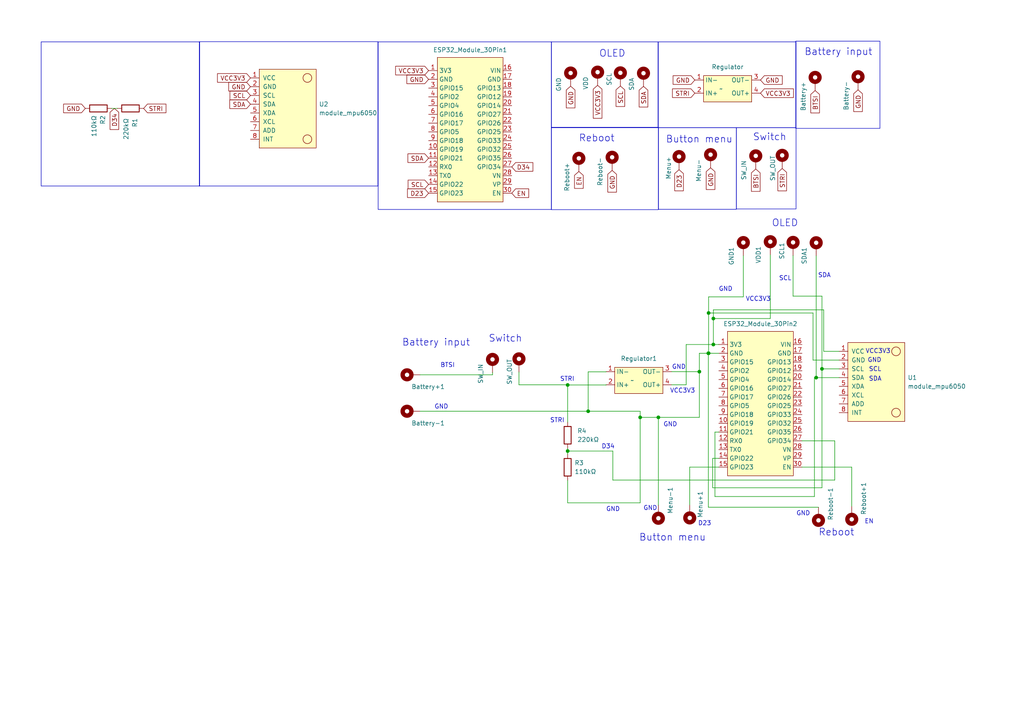
<source format=kicad_sch>
(kicad_sch (version 20230121) (generator eeschema)

  (uuid dc65a39d-dbc3-4e31-bfcb-5b8a0d0009dd)

  (paper "A4")

  (lib_symbols
    (symbol "Customesp32library:ESP32_Module_30Pin" (in_bom yes) (on_board yes)
      (property "Reference" "ESP32_Module_30Pin" (at 0 -33.02 0)
        (effects (font (size 1.27 1.27)))
      )
      (property "Value" "ESP32_Module_30Pin" (at -34.29 -17.78 0)
        (effects (font (size 1.27 1.27)) hide)
      )
      (property "Footprint" "" (at 0 0 0)
        (effects (font (size 1.27 1.27)) hide)
      )
      (property "Datasheet" "" (at 0 0 0)
        (effects (font (size 1.27 1.27)) hide)
      )
      (symbol "ESP32_Module_30Pin_1_1"
        (rectangle (start -7.62 11.43) (end 11.43 -30.48)
          (stroke (width 0) (type default))
          (fill (type background))
        )
        (pin input line (at -10.16 7.62 0) (length 2.54)
          (name "3V3" (effects (font (size 1.27 1.27))))
          (number "1" (effects (font (size 1.27 1.27))))
        )
        (pin input line (at -10.16 -15.24 0) (length 2.54)
          (name "GPIO19" (effects (font (size 1.27 1.27))))
          (number "10" (effects (font (size 1.27 1.27))))
        )
        (pin input line (at -10.16 -17.78 0) (length 2.54)
          (name "GPIO21" (effects (font (size 1.27 1.27))))
          (number "11" (effects (font (size 1.27 1.27))))
        )
        (pin input line (at -10.16 -20.32 0) (length 2.54)
          (name "RX0" (effects (font (size 1.27 1.27))))
          (number "12" (effects (font (size 1.27 1.27))))
        )
        (pin input line (at -10.16 -22.86 0) (length 2.54)
          (name "TX0" (effects (font (size 1.27 1.27))))
          (number "13" (effects (font (size 1.27 1.27))))
        )
        (pin input line (at -10.16 -25.4 0) (length 2.54)
          (name "GPIO22" (effects (font (size 1.27 1.27))))
          (number "14" (effects (font (size 1.27 1.27))))
        )
        (pin input line (at -10.16 -27.94 0) (length 2.54)
          (name "GPIO23" (effects (font (size 1.27 1.27))))
          (number "15" (effects (font (size 1.27 1.27))))
        )
        (pin input line (at 13.97 7.62 180) (length 2.54)
          (name "VIN" (effects (font (size 1.27 1.27))))
          (number "16" (effects (font (size 1.27 1.27))))
        )
        (pin input line (at 13.97 5.08 180) (length 2.54)
          (name "GND" (effects (font (size 1.27 1.27))))
          (number "17" (effects (font (size 1.27 1.27))))
        )
        (pin input line (at 13.97 2.54 180) (length 2.54)
          (name "GPIO13" (effects (font (size 1.27 1.27))))
          (number "18" (effects (font (size 1.27 1.27))))
        )
        (pin input line (at 13.97 0 180) (length 2.54)
          (name "GPIO12" (effects (font (size 1.27 1.27))))
          (number "19" (effects (font (size 1.27 1.27))))
        )
        (pin input line (at -10.16 5.08 0) (length 2.54)
          (name "GND" (effects (font (size 1.27 1.27))))
          (number "2" (effects (font (size 1.27 1.27))))
        )
        (pin input line (at 13.97 -2.54 180) (length 2.54)
          (name "GPIO14" (effects (font (size 1.27 1.27))))
          (number "20" (effects (font (size 1.27 1.27))))
        )
        (pin input line (at 13.97 -5.08 180) (length 2.54)
          (name "GPIO27" (effects (font (size 1.27 1.27))))
          (number "21" (effects (font (size 1.27 1.27))))
        )
        (pin input line (at 13.97 -7.62 180) (length 2.54)
          (name "GPIO26" (effects (font (size 1.27 1.27))))
          (number "22" (effects (font (size 1.27 1.27))))
        )
        (pin input line (at 13.97 -10.16 180) (length 2.54)
          (name "GPIO25" (effects (font (size 1.27 1.27))))
          (number "23" (effects (font (size 1.27 1.27))))
        )
        (pin input line (at 13.97 -12.7 180) (length 2.54)
          (name "GPIO33" (effects (font (size 1.27 1.27))))
          (number "24" (effects (font (size 1.27 1.27))))
        )
        (pin input line (at 13.97 -15.24 180) (length 2.54)
          (name "GPIO32" (effects (font (size 1.27 1.27))))
          (number "25" (effects (font (size 1.27 1.27))))
        )
        (pin input line (at 13.97 -17.78 180) (length 2.54)
          (name "GPIO35" (effects (font (size 1.27 1.27))))
          (number "26" (effects (font (size 1.27 1.27))))
        )
        (pin input line (at 13.97 -20.32 180) (length 2.54)
          (name "GPIO34" (effects (font (size 1.27 1.27))))
          (number "27" (effects (font (size 1.27 1.27))))
        )
        (pin input line (at 13.97 -22.86 180) (length 2.54)
          (name "VN" (effects (font (size 1.27 1.27))))
          (number "28" (effects (font (size 1.27 1.27))))
        )
        (pin input line (at 13.97 -25.4 180) (length 2.54)
          (name "VP" (effects (font (size 1.27 1.27))))
          (number "29" (effects (font (size 1.27 1.27))))
        )
        (pin input line (at -10.16 2.54 0) (length 2.54)
          (name "GPIO15" (effects (font (size 1.27 1.27))))
          (number "3" (effects (font (size 1.27 1.27))))
        )
        (pin input line (at 13.97 -27.94 180) (length 2.54)
          (name "EN" (effects (font (size 1.27 1.27))))
          (number "30" (effects (font (size 1.27 1.27))))
        )
        (pin input line (at -10.16 0 0) (length 2.54)
          (name "GPIO2" (effects (font (size 1.27 1.27))))
          (number "4" (effects (font (size 1.27 1.27))))
        )
        (pin input line (at -10.16 -2.54 0) (length 2.54)
          (name "GPIO4" (effects (font (size 1.27 1.27))))
          (number "5" (effects (font (size 1.27 1.27))))
        )
        (pin input line (at -10.16 -5.08 0) (length 2.54)
          (name "GPIO16" (effects (font (size 1.27 1.27))))
          (number "6" (effects (font (size 1.27 1.27))))
        )
        (pin input line (at -10.16 -7.62 0) (length 2.54)
          (name "GPIO17" (effects (font (size 1.27 1.27))))
          (number "7" (effects (font (size 1.27 1.27))))
        )
        (pin input line (at -10.16 -10.16 0) (length 2.54)
          (name "GPIO5" (effects (font (size 1.27 1.27))))
          (number "8" (effects (font (size 1.27 1.27))))
        )
        (pin input line (at -10.16 -12.7 0) (length 2.54)
          (name "GPIO18" (effects (font (size 1.27 1.27))))
          (number "9" (effects (font (size 1.27 1.27))))
        )
      )
    )
    (symbol "Device:R" (pin_numbers hide) (pin_names (offset 0)) (in_bom yes) (on_board yes)
      (property "Reference" "R" (at 2.032 0 90)
        (effects (font (size 1.27 1.27)))
      )
      (property "Value" "R" (at 0 0 90)
        (effects (font (size 1.27 1.27)))
      )
      (property "Footprint" "" (at -1.778 0 90)
        (effects (font (size 1.27 1.27)) hide)
      )
      (property "Datasheet" "~" (at 0 0 0)
        (effects (font (size 1.27 1.27)) hide)
      )
      (property "ki_keywords" "R res resistor" (at 0 0 0)
        (effects (font (size 1.27 1.27)) hide)
      )
      (property "ki_description" "Resistor" (at 0 0 0)
        (effects (font (size 1.27 1.27)) hide)
      )
      (property "ki_fp_filters" "R_*" (at 0 0 0)
        (effects (font (size 1.27 1.27)) hide)
      )
      (symbol "R_0_1"
        (rectangle (start -1.016 -2.54) (end 1.016 2.54)
          (stroke (width 0.254) (type default))
          (fill (type none))
        )
      )
      (symbol "R_1_1"
        (pin passive line (at 0 3.81 270) (length 1.27)
          (name "~" (effects (font (size 1.27 1.27))))
          (number "1" (effects (font (size 1.27 1.27))))
        )
        (pin passive line (at 0 -3.81 90) (length 1.27)
          (name "~" (effects (font (size 1.27 1.27))))
          (number "2" (effects (font (size 1.27 1.27))))
        )
      )
    )
    (symbol "Mechanical:MountingHole_Pad" (pin_numbers hide) (pin_names (offset 1.016) hide) (in_bom yes) (on_board yes)
      (property "Reference" "H" (at 0 6.35 0)
        (effects (font (size 1.27 1.27)))
      )
      (property "Value" "MountingHole_Pad" (at 0 4.445 0)
        (effects (font (size 1.27 1.27)))
      )
      (property "Footprint" "" (at 0 0 0)
        (effects (font (size 1.27 1.27)) hide)
      )
      (property "Datasheet" "~" (at 0 0 0)
        (effects (font (size 1.27 1.27)) hide)
      )
      (property "ki_keywords" "mounting hole" (at 0 0 0)
        (effects (font (size 1.27 1.27)) hide)
      )
      (property "ki_description" "Mounting Hole with connection" (at 0 0 0)
        (effects (font (size 1.27 1.27)) hide)
      )
      (property "ki_fp_filters" "MountingHole*Pad*" (at 0 0 0)
        (effects (font (size 1.27 1.27)) hide)
      )
      (symbol "MountingHole_Pad_0_1"
        (circle (center 0 1.27) (radius 1.27)
          (stroke (width 1.27) (type default))
          (fill (type none))
        )
      )
      (symbol "MountingHole_Pad_1_1"
        (pin input line (at 0 -2.54 90) (length 2.54)
          (name "1" (effects (font (size 1.27 1.27))))
          (number "1" (effects (font (size 1.27 1.27))))
        )
      )
    )
    (symbol "RegulatorNapetiStepDown:StepDownReg" (in_bom yes) (on_board yes)
      (property "Reference" "U" (at 0 11.43 0)
        (effects (font (size 1.27 1.27)))
      )
      (property "Value" "" (at 0 0 0)
        (effects (font (size 1.27 1.27)))
      )
      (property "Footprint" "" (at 0 0 0)
        (effects (font (size 1.27 1.27)) hide)
      )
      (property "Datasheet" "" (at 0 0 0)
        (effects (font (size 1.27 1.27)) hide)
      )
      (symbol "StepDownReg_1_1"
        (rectangle (start -5.08 3.81) (end 8.89 -3.81)
          (stroke (width 0) (type default))
          (fill (type background))
        )
        (pin input line (at -7.62 2.54 0) (length 2.54)
          (name "IN-" (effects (font (size 1.27 1.27))))
          (number "1" (effects (font (size 1.27 1.27))))
        )
        (pin input line (at -7.62 -1.27 0) (length 2.54)
          (name "IN+" (effects (font (size 1.27 1.27))))
          (number "2" (effects (font (size 1.27 1.27))))
        )
        (pin input line (at 11.43 2.54 180) (length 2.54)
          (name "OUT-" (effects (font (size 1.27 1.27))))
          (number "3" (effects (font (size 1.27 1.27))))
        )
        (pin input line (at 11.43 -1.27 180) (length 2.54)
          (name "OUT+" (effects (font (size 1.27 1.27))))
          (number "4" (effects (font (size 1.27 1.27))))
        )
      )
    )
    (symbol "usini_sensors:module_mpu6050" (pin_names (offset 1.016)) (in_bom yes) (on_board yes)
      (property "Reference" "U" (at 2.54 21.59 0)
        (effects (font (size 1.27 1.27)))
      )
      (property "Value" "module_mpu6050" (at 11.43 -3.81 0)
        (effects (font (size 1.27 1.27)))
      )
      (property "Footprint" "usini_sensors:module_mpu6050" (at 11.43 -6.35 0)
        (effects (font (size 1.27 1.27)) hide)
      )
      (property "Datasheet" "" (at 0 6.35 0)
        (effects (font (size 1.27 1.27)) hide)
      )
      (symbol "module_mpu6050_0_1"
        (rectangle (start 2.54 20.32) (end 19.05 -2.54)
          (stroke (width 0) (type default))
          (fill (type background))
        )
        (circle (center 16.51 0) (radius 1.27)
          (stroke (width 0) (type default))
          (fill (type none))
        )
        (circle (center 16.51 17.78) (radius 1.27)
          (stroke (width 0) (type default))
          (fill (type none))
        )
      )
      (symbol "module_mpu6050_1_1"
        (pin input line (at 0 17.78 0) (length 2.54)
          (name "VCC" (effects (font (size 1.27 1.27))))
          (number "1" (effects (font (size 1.27 1.27))))
        )
        (pin input line (at 0 15.24 0) (length 2.54)
          (name "GND" (effects (font (size 1.27 1.27))))
          (number "2" (effects (font (size 1.27 1.27))))
        )
        (pin input line (at 0 12.7 0) (length 2.54)
          (name "SCL" (effects (font (size 1.27 1.27))))
          (number "3" (effects (font (size 1.27 1.27))))
        )
        (pin input line (at 0 10.16 0) (length 2.54)
          (name "SDA" (effects (font (size 1.27 1.27))))
          (number "4" (effects (font (size 1.27 1.27))))
        )
        (pin input line (at 0 7.62 0) (length 2.54)
          (name "XDA" (effects (font (size 1.27 1.27))))
          (number "5" (effects (font (size 1.27 1.27))))
        )
        (pin input line (at 0 5.08 0) (length 2.54)
          (name "XCL" (effects (font (size 1.27 1.27))))
          (number "6" (effects (font (size 1.27 1.27))))
        )
        (pin input line (at 0 2.54 0) (length 2.54)
          (name "ADD" (effects (font (size 1.27 1.27))))
          (number "7" (effects (font (size 1.27 1.27))))
        )
        (pin input line (at 0 0 0) (length 2.54)
          (name "INT" (effects (font (size 1.27 1.27))))
          (number "8" (effects (font (size 1.27 1.27))))
        )
      )
    )
  )

  (junction (at 170.5919 119.2784) (diameter 0) (color 0 0 0 0)
    (uuid 148eb0c7-1647-46fe-8241-8761cab36273)
  )
  (junction (at 164.6428 130.8228) (diameter 0) (color 0 0 0 0)
    (uuid 30c24739-34f0-4be1-b52b-c0eb114f43ac)
  )
  (junction (at 238.4044 106.9848) (diameter 0) (color 0 0 0 0)
    (uuid 4c881ffe-0aca-4fde-9665-716b44df487d)
  )
  (junction (at 205.5207 90.7796) (diameter 0) (color 0 0 0 0)
    (uuid 654cc77a-5881-43eb-b899-5fdef235d382)
  )
  (junction (at 206.9084 92.3876) (diameter 0) (color 0 0 0 0)
    (uuid 883b0f52-f7cf-491c-987a-c8fcfd0dfbc0)
  )
  (junction (at 236.728 109.5248) (diameter 0) (color 0 0 0 0)
    (uuid b077f5da-d2e8-4433-b13e-e22738b870bd)
  )
  (junction (at 190.9572 121.0564) (diameter 0) (color 0 0 0 0)
    (uuid c667d94c-e5f2-430c-906f-fabce374c95c)
  )
  (junction (at 202.8444 107.7976) (diameter 0) (color 0 0 0 0)
    (uuid c7f78ccc-2a59-45a5-a3f8-5a9091e9b285)
  )
  (junction (at 205.4531 102.4636) (diameter 0) (color 0 0 0 0)
    (uuid e43a2eb5-e2bc-41fa-9552-2690bd54af62)
  )
  (junction (at 164.6463 111.6584) (diameter 0) (color 0 0 0 0)
    (uuid e7123278-3fe6-46f0-a9a2-ec0fc6eace23)
  )
  (junction (at 206.9084 99.9236) (diameter 0) (color 0 0 0 0)
    (uuid e82df7c1-dff6-47c7-bdfb-07be283755a2)
  )
  (junction (at 185.674 121.0564) (diameter 0) (color 0 0 0 0)
    (uuid ee437932-06d6-48cc-9fb0-ef9738b85f76)
  )
  (junction (at 205.5207 102.4636) (diameter 0) (color 0 0 0 0)
    (uuid ffeedfe8-2bbb-4695-aaca-71693009cffe)
  )

  (wire (pts (xy 164.6428 145.8468) (xy 185.674 145.8468))
    (stroke (width 0) (type default))
    (uuid 049869b8-2320-424d-b66c-4b9c600768a2)
  )
  (wire (pts (xy 164.6428 139.3444) (xy 164.6428 145.8468))
    (stroke (width 0) (type default))
    (uuid 08fc1878-0cec-4dfa-8f78-584961de412d)
  )
  (wire (pts (xy 205.5207 86.106) (xy 205.5207 90.7796))
    (stroke (width 0) (type default))
    (uuid 09597d26-3c20-4f7f-b65e-15337236818b)
  )
  (wire (pts (xy 242.1128 139.2428) (xy 177.7492 139.2428))
    (stroke (width 0) (type default))
    (uuid 0a917bb2-dc14-4435-be1c-d6ffeff7856c)
  )
  (wire (pts (xy 238.9124 101.9048) (xy 243.3828 101.9048))
    (stroke (width 0) (type default))
    (uuid 0b263aa9-61dd-4aaf-b7c7-40c028218ba7)
  )
  (wire (pts (xy 205.5207 90.7796) (xy 205.5207 102.4636))
    (stroke (width 0) (type default))
    (uuid 10f9e71b-2435-4ee9-8d24-36ff1e098846)
  )
  (wire (pts (xy 205.4531 147.1168) (xy 205.4531 102.4636))
    (stroke (width 0) (type default))
    (uuid 115e2ed9-9990-4328-a24e-54bb70dc508b)
  )
  (wire (pts (xy 236.728 109.5248) (xy 243.3828 109.5248))
    (stroke (width 0) (type default))
    (uuid 1c4bb99a-a930-435a-ab95-9fa73274595f)
  )
  (wire (pts (xy 121.8692 119.2784) (xy 170.5919 119.2784))
    (stroke (width 0) (type default))
    (uuid 1dd59122-4b8d-4ac3-91d1-2dc5ff7e740a)
  )
  (wire (pts (xy 242.1128 127.8636) (xy 242.1128 139.2428))
    (stroke (width 0) (type default))
    (uuid 1f21ae4f-cb16-4b79-af5f-d71b5c18bfd5)
  )
  (wire (pts (xy 236.22 144.018) (xy 236.22 109.5248))
    (stroke (width 0) (type default))
    (uuid 22299ba6-894b-400b-a896-84fbcbbc56d2)
  )
  (wire (pts (xy 223.4184 92.3876) (xy 206.9084 92.3876))
    (stroke (width 0) (type default))
    (uuid 25b582dc-65c6-42b8-9b12-c311b76836c8)
  )
  (wire (pts (xy 238.4044 141.478) (xy 238.4044 106.9848))
    (stroke (width 0) (type default))
    (uuid 2cded1e2-5cbe-4c2f-9ee8-9136e69bfdad)
  )
  (wire (pts (xy 190.9572 121.0564) (xy 190.9572 146.5072))
    (stroke (width 0) (type default))
    (uuid 383d291b-3106-4980-8bec-2056a6c34b38)
  )
  (wire (pts (xy 247.0404 135.4836) (xy 232.6132 135.4836))
    (stroke (width 0) (type default))
    (uuid 39a80c27-fd02-41c8-aeb7-24c4989cd769)
  )
  (wire (pts (xy 206.9084 92.3876) (xy 206.9084 89.8652))
    (stroke (width 0) (type default))
    (uuid 39d31653-9708-4da3-8a71-1fad790403e6)
  )
  (wire (pts (xy 164.6428 111.6584) (xy 164.6428 122.428))
    (stroke (width 0) (type default))
    (uuid 3ac2cc3c-9229-43be-9703-934fdc21421a)
  )
  (wire (pts (xy 223.4184 73.914) (xy 223.4184 92.3876))
    (stroke (width 0) (type default))
    (uuid 3d3afe9b-ea59-40f4-b889-649f95e73c90)
  )
  (wire (pts (xy 206.9084 99.9236) (xy 208.4832 99.9236))
    (stroke (width 0) (type default))
    (uuid 3d5da324-0092-435f-9ec2-efb0b6bb6254)
  )
  (wire (pts (xy 170.5919 107.8484) (xy 175.768 107.8484))
    (stroke (width 0) (type default))
    (uuid 41249b27-79b7-4121-9f9a-8bc6cf976ea3)
  )
  (wire (pts (xy 208.4832 125.3236) (xy 207.3656 125.3236))
    (stroke (width 0) (type default))
    (uuid 41efe5e6-71a7-4d20-94dd-c6740a6d28d7)
  )
  (wire (pts (xy 164.6428 111.6584) (xy 164.6463 111.6584))
    (stroke (width 0) (type default))
    (uuid 46d4e550-c1ec-4f9e-9c2c-9bece8969ebf)
  )
  (wire (pts (xy 164.6428 130.048) (xy 164.6428 130.8228))
    (stroke (width 0) (type default))
    (uuid 48456c8e-edf2-418c-8fce-526e8e1e1124)
  )
  (wire (pts (xy 185.674 119.2784) (xy 185.674 121.0564))
    (stroke (width 0) (type default))
    (uuid 4a943a5f-7e35-4db0-9b8b-e0121d790d25)
  )
  (wire (pts (xy 205.4531 102.4636) (xy 205.5207 102.4636))
    (stroke (width 0) (type default))
    (uuid 55a0eb8f-d89e-4885-9de5-5b3ed320cbba)
  )
  (wire (pts (xy 142.8496 108.712) (xy 142.8496 108.0516))
    (stroke (width 0) (type default))
    (uuid 564d0acc-250a-4d8c-8a8d-5d6b9f39ced2)
  )
  (wire (pts (xy 175.768 111.6584) (xy 175.768 111.6076))
    (stroke (width 0) (type default))
    (uuid 5c41b522-755d-4006-97d1-5cb4d705eb1e)
  )
  (wire (pts (xy 150.5204 107.8992) (xy 150.5204 111.6076))
    (stroke (width 0) (type default))
    (uuid 5d03571a-553f-464d-bf54-839c41571664)
  )
  (wire (pts (xy 208.4832 132.9436) (xy 206.7052 132.9436))
    (stroke (width 0) (type default))
    (uuid 5de9455d-a30d-497d-97e9-74490a92f504)
  )
  (wire (pts (xy 206.9084 99.9236) (xy 206.9084 92.3876))
    (stroke (width 0) (type default))
    (uuid 5ff57ee0-ea6f-4afd-b054-8450a6bebc1b)
  )
  (wire (pts (xy 170.5919 119.2784) (xy 170.5919 107.8484))
    (stroke (width 0) (type default))
    (uuid 63aab517-e372-4be5-9c0f-1cbd506ba021)
  )
  (wire (pts (xy 185.674 145.8468) (xy 185.674 121.0564))
    (stroke (width 0) (type default))
    (uuid 6880c37e-a436-4d52-af6c-56a62ccb42b7)
  )
  (wire (pts (xy 207.3656 125.3236) (xy 207.3656 144.018))
    (stroke (width 0) (type default))
    (uuid 69a03489-bec4-4e70-bd69-e01707f0f46d)
  )
  (wire (pts (xy 121.8692 108.712) (xy 142.8496 108.712))
    (stroke (width 0) (type default))
    (uuid 6e695c71-c5a2-4abe-b850-fd2d235262bb)
  )
  (wire (pts (xy 200.0504 146.4056) (xy 200.0504 135.4836))
    (stroke (width 0) (type default))
    (uuid 7214b793-e3d2-4ffe-9ab3-3046f23cc440)
  )
  (wire (pts (xy 232.6132 127.8636) (xy 242.1128 127.8636))
    (stroke (width 0) (type default))
    (uuid 752bf164-c322-439c-a70a-669deacbbf84)
  )
  (wire (pts (xy 199.0204 111.6076) (xy 199.0204 99.9236))
    (stroke (width 0) (type default))
    (uuid 75775111-b2ab-487b-95a2-3754a444b175)
  )
  (wire (pts (xy 202.8444 102.4636) (xy 205.4531 102.4636))
    (stroke (width 0) (type default))
    (uuid 788563ae-6381-4d4b-ae7e-b8cae28972af)
  )
  (wire (pts (xy 230.0224 85.8946) (xy 238.4044 85.8946))
    (stroke (width 0) (type default))
    (uuid 79e9b709-1e71-4787-b7b5-f2d9960578fb)
  )
  (wire (pts (xy 194.818 107.7976) (xy 202.8444 107.7976))
    (stroke (width 0) (type default))
    (uuid 7e38269e-ef1c-4d39-8dea-f36566117bf8)
  )
  (wire (pts (xy 247.0404 146.812) (xy 247.0404 135.4836))
    (stroke (width 0) (type default))
    (uuid 8e2a08c2-7681-43ef-9592-ba1997f1b7a0)
  )
  (wire (pts (xy 238.4044 85.8946) (xy 238.4044 106.9848))
    (stroke (width 0) (type default))
    (uuid 930314a1-83be-4e54-80bb-3f4500ed0ece)
  )
  (wire (pts (xy 199.0204 99.9236) (xy 206.9084 99.9236))
    (stroke (width 0) (type default))
    (uuid 939fa97f-5227-4094-b5d6-d7a56eaeb71a)
  )
  (wire (pts (xy 170.5919 119.2784) (xy 185.674 119.2784))
    (stroke (width 0) (type default))
    (uuid 97bb050a-1c85-403e-b0fd-e6ab2df8cfd4)
  )
  (wire (pts (xy 205.5207 102.4636) (xy 208.4832 102.4636))
    (stroke (width 0) (type default))
    (uuid 98112ab7-0822-4310-beb6-230a3f9af641)
  )
  (wire (pts (xy 185.674 121.0564) (xy 190.9572 121.0564))
    (stroke (width 0) (type default))
    (uuid 9a20d519-0c3a-4a9e-86ed-b5096ac7c38d)
  )
  (wire (pts (xy 202.8444 107.7976) (xy 202.8444 121.0564))
    (stroke (width 0) (type default))
    (uuid 9cecb347-416e-46d0-8bfb-de23123b4e77)
  )
  (wire (pts (xy 230.0224 74.1172) (xy 230.0224 85.8946))
    (stroke (width 0) (type default))
    (uuid a22f7675-ab9f-4824-adc8-0bbf639cf716)
  )
  (wire (pts (xy 235.8136 104.4448) (xy 235.8136 90.7796))
    (stroke (width 0) (type default))
    (uuid a42d0627-37a6-4027-a530-30948a592cfe)
  )
  (wire (pts (xy 237.3884 147.1168) (xy 205.4531 147.1168))
    (stroke (width 0) (type default))
    (uuid a5296ea5-8d88-4a55-9487-9032a0f928ba)
  )
  (wire (pts (xy 34.036 31.4452) (xy 32.3596 31.4452))
    (stroke (width 0) (type default))
    (uuid aee0f244-5505-425c-992f-d503a8f1fefd)
  )
  (wire (pts (xy 207.3656 144.018) (xy 236.22 144.018))
    (stroke (width 0) (type default))
    (uuid b2238dea-d692-4237-8e4e-f80fc9744e85)
  )
  (wire (pts (xy 236.22 109.5248) (xy 236.728 109.5248))
    (stroke (width 0) (type default))
    (uuid b224f944-9aae-4182-bebc-85b1e90ebe13)
  )
  (wire (pts (xy 177.7492 139.2428) (xy 177.7492 130.8228))
    (stroke (width 0) (type default))
    (uuid b68643a4-2644-4968-8180-6bfb70865978)
  )
  (wire (pts (xy 243.3828 104.4448) (xy 235.8136 104.4448))
    (stroke (width 0) (type default))
    (uuid bf99c5c4-a7d6-4fe4-8fc6-ba0faa44007d)
  )
  (wire (pts (xy 194.818 111.6076) (xy 199.0204 111.6076))
    (stroke (width 0) (type default))
    (uuid c27d85d9-4b70-40a0-9b2d-ab7a8fef531d)
  )
  (wire (pts (xy 206.7052 132.9436) (xy 206.7052 141.478))
    (stroke (width 0) (type default))
    (uuid c8809ce4-c3ce-499f-9633-9cb559722d19)
  )
  (wire (pts (xy 206.7052 141.478) (xy 238.4044 141.478))
    (stroke (width 0) (type default))
    (uuid cee9a451-b63e-4f76-879e-1a7ca3bc2e79)
  )
  (wire (pts (xy 200.0504 135.4836) (xy 208.4832 135.4836))
    (stroke (width 0) (type default))
    (uuid cf858b4e-39e7-4578-a9f0-1ad74c56b064)
  )
  (wire (pts (xy 236.728 74.2188) (xy 236.728 109.5248))
    (stroke (width 0) (type default))
    (uuid d36845c7-1419-458b-b2da-e3474404d909)
  )
  (wire (pts (xy 150.5204 111.6076) (xy 164.6463 111.6076))
    (stroke (width 0) (type default))
    (uuid d8b9e844-2c09-40f3-881a-ca08b527bed0)
  )
  (wire (pts (xy 164.6463 111.6584) (xy 175.768 111.6584))
    (stroke (width 0) (type default))
    (uuid dc61fc51-9b61-4098-b51c-5754e2f9f773)
  )
  (wire (pts (xy 238.4044 106.9848) (xy 243.3828 106.9848))
    (stroke (width 0) (type default))
    (uuid dd8656b9-407a-4b00-af1b-03de3bf63e33)
  )
  (wire (pts (xy 206.9084 89.8652) (xy 238.9124 89.8652))
    (stroke (width 0) (type default))
    (uuid e67cdf3e-f5f6-45bd-a4ad-26238f079398)
  )
  (wire (pts (xy 164.6428 130.8228) (xy 164.6428 131.7244))
    (stroke (width 0) (type default))
    (uuid e6d64987-d8ab-4c43-bca3-001f8bde44c6)
  )
  (wire (pts (xy 164.6463 111.6076) (xy 164.6463 111.6584))
    (stroke (width 0) (type default))
    (uuid ed32b794-f64e-4059-837c-603d56061236)
  )
  (wire (pts (xy 238.9124 89.8652) (xy 238.9124 101.9048))
    (stroke (width 0) (type default))
    (uuid efe1c7db-35f0-4816-b29c-95a33a234196)
  )
  (wire (pts (xy 215.5952 74.168) (xy 215.5952 86.106))
    (stroke (width 0) (type default))
    (uuid f09c13ae-3f61-44ea-96b9-ca0ec8a634a8)
  )
  (wire (pts (xy 190.9572 121.0564) (xy 202.8444 121.0564))
    (stroke (width 0) (type default))
    (uuid f2914d90-a0b5-43e3-aae3-324276ac3d2e)
  )
  (wire (pts (xy 215.5952 86.106) (xy 205.5207 86.106))
    (stroke (width 0) (type default))
    (uuid f297e6e4-75e5-44c4-9b22-ffb97aba3441)
  )
  (wire (pts (xy 177.7492 130.8228) (xy 164.6428 130.8228))
    (stroke (width 0) (type default))
    (uuid f726f27b-a00a-41d0-8a6e-55f513ddc96b)
  )
  (wire (pts (xy 175.768 107.8484) (xy 175.768 107.7976))
    (stroke (width 0) (type default))
    (uuid f76e8c83-c86c-452d-86cc-83a6351f0299)
  )
  (wire (pts (xy 202.8444 102.4636) (xy 202.8444 107.7976))
    (stroke (width 0) (type default))
    (uuid f828e5f6-877b-462b-b450-0f336a7cdb33)
  )
  (wire (pts (xy 235.8136 90.7796) (xy 205.5207 90.7796))
    (stroke (width 0) (type default))
    (uuid fe23e542-1dfe-4508-921b-3ca7dd56795d)
  )

  (rectangle (start 230.7844 11.938) (end 255.2192 37.2364)
    (stroke (width 0) (type default))
    (fill (type none))
    (uuid 0a91a91c-cc1e-486c-a4bf-aa3836bdadfa)
  )
  (rectangle (start 190.9572 37.0332) (end 213.5632 60.706)
    (stroke (width 0) (type default))
    (fill (type none))
    (uuid 1dcbf10a-a781-4490-a9f1-6ea0c0141037)
  )
  (rectangle (start 190.9572 12.1412) (end 230.886 37.0332)
    (stroke (width 0) (type default))
    (fill (type none))
    (uuid 36917e3f-6f11-4266-a912-9107ab1f8278)
  )
  (rectangle (start 109.6772 12.1412) (end 159.9184 60.7568)
    (stroke (width 0) (type default))
    (fill (type none))
    (uuid 4bdda088-7b56-4c59-9850-a10fe094c7b1)
  )
  (rectangle (start 159.9184 12.1412) (end 190.8556 37.0332)
    (stroke (width 0) (type default))
    (fill (type none))
    (uuid 599d324a-c521-4d1f-9835-87720cc30f15)
  )
  (rectangle (start 159.9184 36.9316) (end 190.9572 60.8076)
    (stroke (width 0) (type default))
    (fill (type none))
    (uuid 62ee745b-4fa7-48bc-895d-8fb88ff26ebf)
  )
  (rectangle (start 57.8104 12.0904) (end 109.6264 53.9496)
    (stroke (width 0) (type default))
    (fill (type none))
    (uuid 6621e890-7404-43e8-aa05-90248e22c328)
  )
  (rectangle (start 11.938 12.1412) (end 57.912 53.9496)
    (stroke (width 0) (type default))
    (fill (type none))
    (uuid caba1063-0ce1-4d98-9d1f-efca6a023782)
  )
  (rectangle (start 213.5632 37.0332) (end 230.886 60.6044)
    (stroke (width 0) (type default))
    (fill (type none))
    (uuid ee482f12-96f1-492c-9091-7a9da2370439)
  )

  (text "EN" (at 250.7488 152.0952 0)
    (effects (font (size 1.27 1.27)) (justify left bottom))
    (uuid 02dd8c46-3fce-4640-b960-157d5b547a91)
  )
  (text "GND" (at 251.6124 105.3084 0)
    (effects (font (size 1.27 1.27)) (justify left bottom))
    (uuid 058b0782-70c3-4103-87e3-a4e27445a654)
  )
  (text "GND" (at 125.984 118.8212 0)
    (effects (font (size 1.27 1.27)) (justify left bottom))
    (uuid 07837a67-3235-45eb-942a-4194e2fa06f3)
  )
  (text "Reboot\n\n" (at 247.8532 158.9024 0)
    (effects (font (size 2 2)) (justify right bottom))
    (uuid 0a4619c7-d89d-4e14-a1f8-33817b3fc1ab)
  )
  (text "Switch\n" (at 218.3384 41.0464 0)
    (effects (font (size 2 2)) (justify left bottom))
    (uuid 1cc1af21-6e88-49e7-bc4e-ef923a61086b)
  )
  (text "GND" (at 194.8688 107.2896 0)
    (effects (font (size 1.27 1.27)) (justify left bottom))
    (uuid 21a5277f-1ba9-449a-bc53-9dc8e82491bd)
  )
  (text "GND" (at 208.4324 84.6836 0)
    (effects (font (size 1.27 1.27)) (justify left bottom))
    (uuid 40b342be-35b6-491b-af17-6dc3fec3d123)
  )
  (text "OLED\n" (at 173.736 16.8148 0)
    (effects (font (size 2 2)) (justify left bottom))
    (uuid 4c2419fe-66ca-489a-bd50-cc8c3e7218a4)
  )
  (text "D23" (at 202.438 152.654 0)
    (effects (font (size 1.27 1.27)) (justify left bottom))
    (uuid 4fbb759f-61e0-48fa-b3b5-66205ad004de)
  )
  (text "GND" (at 230.9368 149.7584 0)
    (effects (font (size 1.27 1.27)) (justify left bottom))
    (uuid 5bff0cfa-964c-4336-a1d0-5534016bb957)
  )
  (text "Switch\n" (at 141.6812 99.4664 0)
    (effects (font (size 2 2)) (justify left bottom))
    (uuid 5f40ec78-7792-42a5-87a2-7d977cbeb872)
  )
  (text "VCC3V3" (at 251.0028 102.7176 0)
    (effects (font (size 1.27 1.27)) (justify left bottom))
    (uuid 771a0aab-6cb0-4128-93c8-cc4db3c7b10d)
  )
  (text "SDA" (at 237.236 80.7212 0)
    (effects (font (size 1.27 1.27)) (justify left bottom))
    (uuid 78ff47f2-a342-4a59-a374-25425db7da68)
  )
  (text "Button menu\n" (at 204.7748 157.1752 0)
    (effects (font (size 2 2)) (justify right bottom))
    (uuid 8666329f-431a-4eb1-86eb-a233fbaa39fe)
  )
  (text "Battery input\n\n" (at 233.2736 19.558 0)
    (effects (font (size 2 2)) (justify left bottom))
    (uuid 88f82674-169f-48df-b43e-91fb7a789d85)
  )
  (text "STRI\n" (at 159.512 122.7836 0)
    (effects (font (size 1.27 1.27)) (justify left bottom))
    (uuid 8fb9c336-7e32-46d7-842e-e010412ac157)
  )
  (text "GND" (at 186.5884 148.2344 0)
    (effects (font (size 1.27 1.27)) (justify left bottom))
    (uuid 9051c3ee-f03e-432d-a241-e9fcaa2a3c9d)
  )
  (text "BTSI\n" (at 127.7112 106.7816 0)
    (effects (font (size 1.27 1.27)) (justify left bottom))
    (uuid a2c037b0-e774-4ded-b63b-18022887603d)
  )
  (text "SCL" (at 251.968 107.95 0)
    (effects (font (size 1.27 1.27)) (justify left bottom))
    (uuid a5dd4725-cc38-44e8-bc9d-28de5b013de4)
  )
  (text "Reboot\n\n" (at 167.8432 44.6024 0)
    (effects (font (size 2 2)) (justify left bottom))
    (uuid a9a1c482-0ec1-41e2-9e40-fe0f278a53b2)
  )
  (text "Button menu\n" (at 193.0908 41.7068 0)
    (effects (font (size 2 2)) (justify left bottom))
    (uuid aacf0354-96e7-40f6-b427-9ca9ef823258)
  )
  (text "Battery input\n\n" (at 116.586 103.8352 0)
    (effects (font (size 2 2)) (justify left bottom))
    (uuid bad4d149-2fc5-412e-9935-b943ceb3357d)
  )
  (text "GND\n" (at 175.768 148.5392 0)
    (effects (font (size 1.27 1.27)) (justify left bottom))
    (uuid c0d058c9-b330-4c31-9af3-a48be7ab7eb7)
  )
  (text "VCC3V3\n" (at 194.31 114.1984 0)
    (effects (font (size 1.27 1.27)) (justify left bottom))
    (uuid c2c6cd25-349d-4b67-b34d-7bcfbf960651)
  )
  (text "OLED\n" (at 223.8248 65.9892 0)
    (effects (font (size 2 2)) (justify left bottom))
    (uuid c8be748a-f442-41e8-bd17-f54658b25f33)
  )
  (text "SDA" (at 251.968 110.744 0)
    (effects (font (size 1.27 1.27)) (justify left bottom))
    (uuid d9021483-d783-4f39-b100-c8bf87a140ba)
  )
  (text "GND" (at 192.3796 123.952 0)
    (effects (font (size 1.27 1.27)) (justify left bottom))
    (uuid e00190bc-5af6-4771-8406-991cc703a916)
  )
  (text "STRI\n" (at 162.4076 110.7948 0)
    (effects (font (size 1.27 1.27)) (justify left bottom))
    (uuid e0e4a48c-4ded-4701-9a0d-f2cb298f8452)
  )
  (text "VCC3V3" (at 216.2556 87.5792 0)
    (effects (font (size 1.27 1.27)) (justify left bottom))
    (uuid e5688749-1d5e-470f-a2ba-470db153bf19)
  )
  (text "SCL" (at 225.9076 81.5848 0)
    (effects (font (size 1.27 1.27)) (justify left bottom))
    (uuid e6602e59-880c-45b2-9bdd-6fe4f916550f)
  )
  (text "D34" (at 174.4472 130.3528 0)
    (effects (font (size 1.27 1.27)) (justify left bottom))
    (uuid f8b41bb0-7e2d-4eba-b02e-57bb6ad39b8d)
  )

  (global_label "D34" (shape input) (at 148.4376 48.4124 0) (fields_autoplaced)
    (effects (font (size 1.27 1.27)) (justify left))
    (uuid 016ac166-3bb1-4b06-b561-6a8b3fb6ee19)
    (property "Intersheetrefs" "${INTERSHEET_REFS}" (at 155.1118 48.4124 0)
      (effects (font (size 1.27 1.27)) (justify left) hide)
    )
  )
  (global_label "SCL" (shape input) (at 179.9336 24.9428 270) (fields_autoplaced)
    (effects (font (size 1.27 1.27)) (justify right))
    (uuid 05201a26-3451-4c52-aac1-85a280fa5608)
    (property "Intersheetrefs" "${INTERSHEET_REFS}" (at 179.9336 31.4356 90)
      (effects (font (size 1.27 1.27)) (justify right) hide)
    )
  )
  (global_label "GND" (shape input) (at 177.546 49.4284 270) (fields_autoplaced)
    (effects (font (size 1.27 1.27)) (justify right))
    (uuid 0ed4170b-22a6-4432-b3e8-129668b787a3)
    (property "Intersheetrefs" "${INTERSHEET_REFS}" (at 177.546 56.2841 90)
      (effects (font (size 1.27 1.27)) (justify right) hide)
    )
  )
  (global_label "VCC3V3" (shape input) (at 173.3296 24.7396 270) (fields_autoplaced)
    (effects (font (size 1.27 1.27)) (justify right))
    (uuid 297e45da-7184-4bbd-80d1-fe75e68f79e5)
    (property "Intersheetrefs" "${INTERSHEET_REFS}" (at 173.3296 34.861 90)
      (effects (font (size 1.27 1.27)) (justify right) hide)
    )
  )
  (global_label "SDA" (shape input) (at 72.644 30.226 180) (fields_autoplaced)
    (effects (font (size 1.27 1.27)) (justify right))
    (uuid 2f0712d8-c74a-4d29-9429-653c0a9f580e)
    (property "Intersheetrefs" "${INTERSHEET_REFS}" (at 66.0907 30.226 0)
      (effects (font (size 1.27 1.27)) (justify right) hide)
    )
  )
  (global_label "D23" (shape input) (at 196.9516 49.2252 270) (fields_autoplaced)
    (effects (font (size 1.27 1.27)) (justify right))
    (uuid 2fa962fb-61bf-495a-b894-9c6ba539f748)
    (property "Intersheetrefs" "${INTERSHEET_REFS}" (at 196.9516 55.8994 90)
      (effects (font (size 1.27 1.27)) (justify right) hide)
    )
  )
  (global_label "SCL" (shape input) (at 124.3076 53.4924 180) (fields_autoplaced)
    (effects (font (size 1.27 1.27)) (justify right))
    (uuid 2fe29e4c-f081-4323-9d8f-527ec4500126)
    (property "Intersheetrefs" "${INTERSHEET_REFS}" (at 117.8148 53.4924 0)
      (effects (font (size 1.27 1.27)) (justify right) hide)
    )
  )
  (global_label "BTSI" (shape input) (at 219.202 49.022 270) (fields_autoplaced)
    (effects (font (size 1.27 1.27)) (justify right))
    (uuid 30d21f49-5dd3-4efd-b31d-cea721d2f911)
    (property "Intersheetrefs" "${INTERSHEET_REFS}" (at 219.202 56.0591 90)
      (effects (font (size 1.27 1.27)) (justify right) hide)
    )
  )
  (global_label "GND" (shape input) (at 165.5064 24.9936 270) (fields_autoplaced)
    (effects (font (size 1.27 1.27)) (justify right))
    (uuid 3a5ba569-6a2e-4144-afe2-28cbbffb7858)
    (property "Intersheetrefs" "${INTERSHEET_REFS}" (at 165.5064 31.8493 90)
      (effects (font (size 1.27 1.27)) (justify right) hide)
    )
  )
  (global_label "SDA" (shape input) (at 186.6392 25.0444 270) (fields_autoplaced)
    (effects (font (size 1.27 1.27)) (justify right))
    (uuid 3c3b415c-e527-4d3d-bd35-c302b58b0c6b)
    (property "Intersheetrefs" "${INTERSHEET_REFS}" (at 186.6392 31.5977 90)
      (effects (font (size 1.27 1.27)) (justify right) hide)
    )
  )
  (global_label "GND" (shape input) (at 72.644 25.146 180) (fields_autoplaced)
    (effects (font (size 1.27 1.27)) (justify right))
    (uuid 40adf3a2-c0a2-4aa7-9416-2bdc268be263)
    (property "Intersheetrefs" "${INTERSHEET_REFS}" (at 65.7883 25.146 0)
      (effects (font (size 1.27 1.27)) (justify right) hide)
    )
  )
  (global_label "VCC3V3" (shape input) (at 72.644 22.606 180) (fields_autoplaced)
    (effects (font (size 1.27 1.27)) (justify right))
    (uuid 461ec0e9-6141-4463-8749-f87891d4fd99)
    (property "Intersheetrefs" "${INTERSHEET_REFS}" (at 62.5226 22.606 0)
      (effects (font (size 1.27 1.27)) (justify right) hide)
    )
  )
  (global_label "SCL" (shape input) (at 72.644 27.686 180) (fields_autoplaced)
    (effects (font (size 1.27 1.27)) (justify right))
    (uuid 4730a5c7-c81a-4133-b33f-8e7191cfdf00)
    (property "Intersheetrefs" "${INTERSHEET_REFS}" (at 66.1512 27.686 0)
      (effects (font (size 1.27 1.27)) (justify right) hide)
    )
  )
  (global_label "STRI" (shape input) (at 41.656 31.4452 0) (fields_autoplaced)
    (effects (font (size 1.27 1.27)) (justify left))
    (uuid 55ff8100-6a7f-40f9-950e-b796fbb9b3f2)
    (property "Intersheetrefs" "${INTERSHEET_REFS}" (at 48.6931 31.4452 0)
      (effects (font (size 1.27 1.27)) (justify left) hide)
    )
  )
  (global_label "VCC3V3" (shape input) (at 124.3076 20.4724 180) (fields_autoplaced)
    (effects (font (size 1.27 1.27)) (justify right))
    (uuid 620c845b-25b6-4356-83a5-32ab0acdb2f5)
    (property "Intersheetrefs" "${INTERSHEET_REFS}" (at 114.1862 20.4724 0)
      (effects (font (size 1.27 1.27)) (justify right) hide)
    )
  )
  (global_label "EN" (shape input) (at 167.894 49.7332 270) (fields_autoplaced)
    (effects (font (size 1.27 1.27)) (justify right))
    (uuid 6358fa1f-c076-4b74-96b9-5b8dfeded01b)
    (property "Intersheetrefs" "${INTERSHEET_REFS}" (at 167.894 55.1979 90)
      (effects (font (size 1.27 1.27)) (justify right) hide)
    )
  )
  (global_label "VCC3V3" (shape input) (at 220.5736 27.0256 0) (fields_autoplaced)
    (effects (font (size 1.27 1.27)) (justify left))
    (uuid 675a6744-bbaf-4290-a297-c638d360bda1)
    (property "Intersheetrefs" "${INTERSHEET_REFS}" (at 230.695 27.0256 0)
      (effects (font (size 1.27 1.27)) (justify left) hide)
    )
  )
  (global_label "D23" (shape input) (at 124.3076 56.0324 180) (fields_autoplaced)
    (effects (font (size 1.27 1.27)) (justify right))
    (uuid 6b1b4b9e-3317-4802-b019-f31a5fb46a57)
    (property "Intersheetrefs" "${INTERSHEET_REFS}" (at 117.6334 56.0324 0)
      (effects (font (size 1.27 1.27)) (justify right) hide)
    )
  )
  (global_label "GND" (shape input) (at 124.3076 23.0124 180) (fields_autoplaced)
    (effects (font (size 1.27 1.27)) (justify right))
    (uuid 74c6adec-34a8-4dd2-b1b5-da56323d384e)
    (property "Intersheetrefs" "${INTERSHEET_REFS}" (at 117.4519 23.0124 0)
      (effects (font (size 1.27 1.27)) (justify right) hide)
    )
  )
  (global_label "SDA" (shape input) (at 124.3076 45.8724 180) (fields_autoplaced)
    (effects (font (size 1.27 1.27)) (justify right))
    (uuid 993f3a4e-3942-494a-b733-147d93b1915f)
    (property "Intersheetrefs" "${INTERSHEET_REFS}" (at 117.7543 45.8724 0)
      (effects (font (size 1.27 1.27)) (justify right) hide)
    )
  )
  (global_label "GND" (shape input) (at 248.8692 26.0604 270) (fields_autoplaced)
    (effects (font (size 1.27 1.27)) (justify right))
    (uuid 9a1b533b-ba13-4159-b74b-c4670ccaae22)
    (property "Intersheetrefs" "${INTERSHEET_REFS}" (at 248.8692 32.9161 90)
      (effects (font (size 1.27 1.27)) (justify right) hide)
    )
  )
  (global_label "GND" (shape input) (at 201.5236 23.2156 180) (fields_autoplaced)
    (effects (font (size 1.27 1.27)) (justify right))
    (uuid 9bd3ab6e-adfe-4a0f-9a3f-c3816549cd80)
    (property "Intersheetrefs" "${INTERSHEET_REFS}" (at 194.6679 23.2156 0)
      (effects (font (size 1.27 1.27)) (justify right) hide)
    )
  )
  (global_label "BTSI" (shape input) (at 236.4232 26.2636 270) (fields_autoplaced)
    (effects (font (size 1.27 1.27)) (justify right))
    (uuid b573912c-ab75-4c94-8aea-4d09b6c1155d)
    (property "Intersheetrefs" "${INTERSHEET_REFS}" (at 236.4232 33.3007 90)
      (effects (font (size 1.27 1.27)) (justify right) hide)
    )
  )
  (global_label "EN" (shape input) (at 148.4376 56.0324 0) (fields_autoplaced)
    (effects (font (size 1.27 1.27)) (justify left))
    (uuid caf22edd-43e6-4241-8e3a-ae618e469c7e)
    (property "Intersheetrefs" "${INTERSHEET_REFS}" (at 153.9023 56.0324 0)
      (effects (font (size 1.27 1.27)) (justify left) hide)
    )
  )
  (global_label "D34" (shape input) (at 33.1767 31.4452 270) (fields_autoplaced)
    (effects (font (size 1.27 1.27)) (justify right))
    (uuid cbd1528f-058a-4d64-beec-c23a7fa27670)
    (property "Intersheetrefs" "${INTERSHEET_REFS}" (at 33.1767 38.1194 90)
      (effects (font (size 1.27 1.27)) (justify right) hide)
    )
  )
  (global_label "STRI" (shape input) (at 201.5236 27.0256 180) (fields_autoplaced)
    (effects (font (size 1.27 1.27)) (justify right))
    (uuid cc646de7-5992-4ba9-84e0-393d75c6b315)
    (property "Intersheetrefs" "${INTERSHEET_REFS}" (at 194.4865 27.0256 0)
      (effects (font (size 1.27 1.27)) (justify right) hide)
    )
  )
  (global_label "GND" (shape input) (at 24.7396 31.4452 180) (fields_autoplaced)
    (effects (font (size 1.27 1.27)) (justify right))
    (uuid cda606f2-827b-46f0-8462-5a884c366a1c)
    (property "Intersheetrefs" "${INTERSHEET_REFS}" (at 17.8839 31.4452 0)
      (effects (font (size 1.27 1.27)) (justify right) hide)
    )
  )
  (global_label "GND" (shape input) (at 206.0956 48.6664 270) (fields_autoplaced)
    (effects (font (size 1.27 1.27)) (justify right))
    (uuid f0a31dd9-da08-4c04-9f5f-add09f76600a)
    (property "Intersheetrefs" "${INTERSHEET_REFS}" (at 206.0956 55.5221 90)
      (effects (font (size 1.27 1.27)) (justify right) hide)
    )
  )
  (global_label "GND" (shape input) (at 220.5736 23.2156 0) (fields_autoplaced)
    (effects (font (size 1.27 1.27)) (justify left))
    (uuid f1bc184c-6437-4f74-85c4-9697da905838)
    (property "Intersheetrefs" "${INTERSHEET_REFS}" (at 227.4293 23.2156 0)
      (effects (font (size 1.27 1.27)) (justify left) hide)
    )
  )
  (global_label "STRI" (shape input) (at 226.8728 48.8696 270) (fields_autoplaced)
    (effects (font (size 1.27 1.27)) (justify right))
    (uuid f5baf0b5-f919-4f97-af50-12aaf507c01f)
    (property "Intersheetrefs" "${INTERSHEET_REFS}" (at 226.8728 55.9067 90)
      (effects (font (size 1.27 1.27)) (justify right) hide)
    )
  )

  (symbol (lib_id "RegulatorNapetiStepDown:StepDownReg") (at 209.1436 25.7556 0) (unit 1)
    (in_bom yes) (on_board yes) (dnp no) (fields_autoplaced)
    (uuid 0461c330-1c59-4a10-a1af-bfe41d59dea7)
    (property "Reference" "Regulator" (at 211.0486 19.4056 0)
      (effects (font (size 1.27 1.27)))
    )
    (property "Value" "~" (at 209.1436 25.7556 0)
      (effects (font (size 1.27 1.27)))
    )
    (property "Footprint" "" (at 209.1436 25.7556 0)
      (effects (font (size 1.27 1.27)) hide)
    )
    (property "Datasheet" "" (at 209.1436 25.7556 0)
      (effects (font (size 1.27 1.27)) hide)
    )
    (pin "1" (uuid 96309613-efc0-43cd-9533-8448c09d62ed))
    (pin "2" (uuid e746a4c0-3bdb-451a-aa98-d81c15ddfd69))
    (pin "3" (uuid 7953fec6-d604-4f53-b0a4-2f8233ce2202))
    (pin "4" (uuid be766b29-bb24-402f-8dcd-5a6cc395bce6))
    (instances
      (project "Maturitas"
        (path "/dc65a39d-dbc3-4e31-bfcb-5b8a0d0009dd"
          (reference "Regulator") (unit 1)
        )
      )
    )
  )

  (symbol (lib_id "Mechanical:MountingHole_Pad") (at 167.894 47.1932 0) (unit 1)
    (in_bom yes) (on_board yes) (dnp no)
    (uuid 188fc982-c1aa-4293-b4c1-9e4ca0a1b57f)
    (property "Reference" "Reboot+" (at 164.4396 47.1932 90)
      (effects (font (size 1.27 1.27)) (justify right))
    )
    (property "Value" "MountingHole_Pad" (at 164.4396 44.6532 0)
      (effects (font (size 1.27 1.27)) (justify right) hide)
    )
    (property "Footprint" "" (at 167.894 47.1932 0)
      (effects (font (size 1.27 1.27)) hide)
    )
    (property "Datasheet" "~" (at 167.894 47.1932 0)
      (effects (font (size 1.27 1.27)) hide)
    )
    (pin "1" (uuid a43153a2-4f9d-4921-b1b4-765d540422be))
    (instances
      (project "Maturitas"
        (path "/dc65a39d-dbc3-4e31-bfcb-5b8a0d0009dd"
          (reference "Reboot+") (unit 1)
        )
      )
    )
  )

  (symbol (lib_id "Mechanical:MountingHole_Pad") (at 230.0224 71.5772 0) (unit 1)
    (in_bom yes) (on_board yes) (dnp no)
    (uuid 1ca6656e-50bf-4cc3-8a54-18288d8723ce)
    (property "Reference" "SCL1" (at 226.7712 70.3072 90)
      (effects (font (size 1.27 1.27)) (justify right))
    )
    (property "Value" "MountingHole_Pad" (at 226.568 69.0372 0)
      (effects (font (size 1.27 1.27)) (justify right) hide)
    )
    (property "Footprint" "" (at 230.0224 71.5772 0)
      (effects (font (size 1.27 1.27)) hide)
    )
    (property "Datasheet" "~" (at 230.0224 71.5772 0)
      (effects (font (size 1.27 1.27)) hide)
    )
    (pin "1" (uuid 04819c54-099f-42d4-90bc-998b212a9172))
    (instances
      (project "Maturitas"
        (path "/dc65a39d-dbc3-4e31-bfcb-5b8a0d0009dd"
          (reference "SCL1") (unit 1)
        )
      )
    )
  )

  (symbol (lib_id "usini_sensors:module_mpu6050") (at 72.644 40.386 0) (unit 1)
    (in_bom yes) (on_board yes) (dnp no) (fields_autoplaced)
    (uuid 206644e6-7edb-43e0-900a-2ba5c6a42052)
    (property "Reference" "U2" (at 92.5068 30.226 0)
      (effects (font (size 1.27 1.27)) (justify left))
    )
    (property "Value" "module_mpu6050" (at 92.5068 32.766 0)
      (effects (font (size 1.27 1.27)) (justify left))
    )
    (property "Footprint" "usini_sensors:module_mpu6050" (at 84.074 46.736 0)
      (effects (font (size 1.27 1.27)) hide)
    )
    (property "Datasheet" "" (at 72.644 34.036 0)
      (effects (font (size 1.27 1.27)) hide)
    )
    (pin "1" (uuid 925a3153-4976-49eb-8a2f-1f1d67bee598))
    (pin "2" (uuid f4be7f5d-f1d2-4287-8e24-d5235919d8b2))
    (pin "3" (uuid 72fb677b-ccb9-4d7a-a8e5-01b83628b479))
    (pin "4" (uuid f1115a78-6839-4439-8530-b4d09ba38f78))
    (pin "5" (uuid f04881e0-8e4c-4258-b914-86bdaa5989bc))
    (pin "6" (uuid 35cab208-c661-4e6f-bee6-54739d8cbe37))
    (pin "7" (uuid 68cb3848-5fe8-49a7-a09d-696821a36aa1))
    (pin "8" (uuid ea3bd55e-b2a1-437f-8636-13693be6cb20))
    (instances
      (project "Maturitas"
        (path "/dc65a39d-dbc3-4e31-bfcb-5b8a0d0009dd"
          (reference "U2") (unit 1)
        )
      )
    )
  )

  (symbol (lib_id "Mechanical:MountingHole_Pad") (at 200.0504 148.9456 180) (unit 1)
    (in_bom yes) (on_board yes) (dnp no)
    (uuid 208dbc31-e893-4d31-a715-87632d6d5a20)
    (property "Reference" "Menu+1" (at 203.0984 150.2156 90)
      (effects (font (size 1.27 1.27)) (justify right))
    )
    (property "Value" "MountingHole_Pad" (at 203.5048 151.4856 0)
      (effects (font (size 1.27 1.27)) (justify right) hide)
    )
    (property "Footprint" "" (at 200.0504 148.9456 0)
      (effects (font (size 1.27 1.27)) hide)
    )
    (property "Datasheet" "~" (at 200.0504 148.9456 0)
      (effects (font (size 1.27 1.27)) hide)
    )
    (pin "1" (uuid ba5cac10-cd99-4b66-9728-616b796c6b23))
    (instances
      (project "Maturitas"
        (path "/dc65a39d-dbc3-4e31-bfcb-5b8a0d0009dd"
          (reference "Menu+1") (unit 1)
        )
      )
    )
  )

  (symbol (lib_id "Customesp32library:ESP32_Module_30Pin") (at 134.4676 28.0924 0) (unit 1)
    (in_bom yes) (on_board yes) (dnp no) (fields_autoplaced)
    (uuid 31c1b5d1-1c26-4935-b8e5-e04ce1579a46)
    (property "Reference" "ESP32_Module_30Pin1" (at 136.3726 14.478 0)
      (effects (font (size 1.27 1.27)))
    )
    (property "Value" "ESP32_Module_30Pin" (at 100.1776 45.8724 0)
      (effects (font (size 1.27 1.27)) hide)
    )
    (property "Footprint" "" (at 134.4676 28.0924 0)
      (effects (font (size 1.27 1.27)) hide)
    )
    (property "Datasheet" "" (at 134.4676 28.0924 0)
      (effects (font (size 1.27 1.27)) hide)
    )
    (pin "1" (uuid bbc9594a-5664-46df-9b92-584f8469d152))
    (pin "10" (uuid e5d4953b-881c-4e82-9066-34300e957fba))
    (pin "11" (uuid 4149a251-0526-4306-bb32-f651cccdc47d))
    (pin "12" (uuid b57f0214-191a-4ffb-a8ec-4d5f98b51070))
    (pin "13" (uuid 6f3b1292-a0fb-4c44-82eb-22e42f40c625))
    (pin "14" (uuid 198e0a0c-fbe5-403c-bcfc-bf58ef076fb7))
    (pin "15" (uuid 3f053988-99b3-46d7-8cc7-6d5c7615f266))
    (pin "16" (uuid a507602d-a30d-48fa-af42-151047fd9721))
    (pin "17" (uuid 691c38f7-e92e-4fce-8516-92c77e05f8a7))
    (pin "18" (uuid 3a243ac1-26f1-4c70-9b01-6813dc81b230))
    (pin "19" (uuid 5e3df041-cf55-4e9a-a39c-3db9eaa1ca68))
    (pin "2" (uuid 7461dcad-ef96-4896-a9b8-221f3a1c37de))
    (pin "20" (uuid 91569af5-89ce-49cc-a6d0-64e253bb0572))
    (pin "21" (uuid 585be5a9-9ff1-447e-a592-a35c57cb5a6e))
    (pin "22" (uuid f5f5e95d-462c-45f7-8c2c-d0cc7f78d24b))
    (pin "23" (uuid d8a387eb-fe1a-4bff-8b64-3e82d52f634f))
    (pin "24" (uuid 23f6a393-b359-481b-9e7a-f6a591c3f720))
    (pin "25" (uuid 250e9fda-a363-4880-adca-1f747856a9a6))
    (pin "26" (uuid ec7e723a-2296-4cd8-bcf6-e86ff0ea443d))
    (pin "27" (uuid 47f3647c-647a-44a8-9490-1caeb4865221))
    (pin "28" (uuid 4269d767-a369-482f-8987-7fd235d1e5a2))
    (pin "29" (uuid 7690368b-a4cd-478d-aa4d-79a5b279a27a))
    (pin "3" (uuid 931d1471-8960-4a94-bbce-dc398adba5c0))
    (pin "30" (uuid bfec670a-4ee0-47f0-b897-85e93982cd7e))
    (pin "4" (uuid 823fea11-ed84-40e1-b5a8-45c74f13dc95))
    (pin "5" (uuid bc04ca31-2dc7-4fa4-9519-8f5efe727ed6))
    (pin "6" (uuid d420d627-5fef-4473-aaa2-f466f236de53))
    (pin "7" (uuid 84c1e087-9f78-4796-831e-d6b9dcb8df94))
    (pin "8" (uuid 2b37351b-fd61-49da-b848-fc28c857b8e6))
    (pin "9" (uuid e2e2e3fc-5373-46be-8ff0-42aebf4d9640))
    (instances
      (project "Maturitas"
        (path "/dc65a39d-dbc3-4e31-bfcb-5b8a0d0009dd"
          (reference "ESP32_Module_30Pin1") (unit 1)
        )
      )
    )
  )

  (symbol (lib_id "Mechanical:MountingHole_Pad") (at 150.5204 105.3592 0) (unit 1)
    (in_bom yes) (on_board yes) (dnp no)
    (uuid 34794b61-13f2-4997-9087-d9bb174c1b52)
    (property "Reference" "SW_OUT" (at 147.7772 104.0892 90)
      (effects (font (size 1.27 1.27)) (justify right))
    )
    (property "Value" "MountingHole_Pad" (at 147.066 102.8192 0)
      (effects (font (size 1.27 1.27)) (justify right) hide)
    )
    (property "Footprint" "" (at 150.5204 105.3592 0)
      (effects (font (size 1.27 1.27)) hide)
    )
    (property "Datasheet" "~" (at 150.5204 105.3592 0)
      (effects (font (size 1.27 1.27)) hide)
    )
    (pin "1" (uuid f0010590-907e-49e1-a559-bfebae343927))
    (instances
      (project "Maturitas"
        (path "/dc65a39d-dbc3-4e31-bfcb-5b8a0d0009dd"
          (reference "SW_OUT") (unit 1)
        )
      )
    )
  )

  (symbol (lib_id "Mechanical:MountingHole_Pad") (at 236.4232 23.7236 0) (unit 1)
    (in_bom yes) (on_board yes) (dnp no)
    (uuid 3bcbe228-3396-4a42-8909-ae212f260445)
    (property "Reference" "Battery+" (at 232.9688 23.7236 90)
      (effects (font (size 1.27 1.27)) (justify right))
    )
    (property "Value" "MountingHole_Pad" (at 232.9688 21.1836 0)
      (effects (font (size 1.27 1.27)) (justify right) hide)
    )
    (property "Footprint" "" (at 236.4232 23.7236 0)
      (effects (font (size 1.27 1.27)) hide)
    )
    (property "Datasheet" "~" (at 236.4232 23.7236 0)
      (effects (font (size 1.27 1.27)) hide)
    )
    (pin "1" (uuid dc39696e-f9f9-4ede-926d-23b4602afec4))
    (instances
      (project "Maturitas"
        (path "/dc65a39d-dbc3-4e31-bfcb-5b8a0d0009dd"
          (reference "Battery+") (unit 1)
        )
      )
    )
  )

  (symbol (lib_id "Mechanical:MountingHole_Pad") (at 248.8692 23.5204 0) (unit 1)
    (in_bom yes) (on_board yes) (dnp no)
    (uuid 41ac6894-dee1-470b-8be5-6f5364b2decb)
    (property "Reference" "Battery-" (at 245.4148 23.5204 90)
      (effects (font (size 1.27 1.27)) (justify right))
    )
    (property "Value" "MountingHole_Pad" (at 245.4148 20.9804 0)
      (effects (font (size 1.27 1.27)) (justify right) hide)
    )
    (property "Footprint" "" (at 248.8692 23.5204 0)
      (effects (font (size 1.27 1.27)) hide)
    )
    (property "Datasheet" "~" (at 248.8692 23.5204 0)
      (effects (font (size 1.27 1.27)) hide)
    )
    (pin "1" (uuid 6438e5d6-14ef-4fe3-a60e-78a8f1fb27b7))
    (instances
      (project "Maturitas"
        (path "/dc65a39d-dbc3-4e31-bfcb-5b8a0d0009dd"
          (reference "Battery-") (unit 1)
        )
      )
    )
  )

  (symbol (lib_id "Mechanical:MountingHole_Pad") (at 190.9572 149.0472 180) (unit 1)
    (in_bom yes) (on_board yes) (dnp no)
    (uuid 4ae093de-2014-4768-932b-e7c518000aa5)
    (property "Reference" "Menu-1" (at 194.4116 149.0472 90)
      (effects (font (size 1.27 1.27)) (justify right))
    )
    (property "Value" "MountingHole_Pad" (at 194.4116 151.5872 0)
      (effects (font (size 1.27 1.27)) (justify right) hide)
    )
    (property "Footprint" "" (at 190.9572 149.0472 0)
      (effects (font (size 1.27 1.27)) hide)
    )
    (property "Datasheet" "~" (at 190.9572 149.0472 0)
      (effects (font (size 1.27 1.27)) hide)
    )
    (pin "1" (uuid 77563de0-54ae-479e-9413-9c8491aaa0be))
    (instances
      (project "Maturitas"
        (path "/dc65a39d-dbc3-4e31-bfcb-5b8a0d0009dd"
          (reference "Menu-1") (unit 1)
        )
      )
    )
  )

  (symbol (lib_id "Mechanical:MountingHole_Pad") (at 142.8496 105.5116 0) (unit 1)
    (in_bom yes) (on_board yes) (dnp no)
    (uuid 5e8882df-3cbd-42fc-af3e-14c385bc67b8)
    (property "Reference" "SW_IN" (at 139.3952 105.5116 90)
      (effects (font (size 1.27 1.27)) (justify right))
    )
    (property "Value" "MountingHole_Pad" (at 139.3952 102.9716 0)
      (effects (font (size 1.27 1.27)) (justify right) hide)
    )
    (property "Footprint" "" (at 142.8496 105.5116 0)
      (effects (font (size 1.27 1.27)) hide)
    )
    (property "Datasheet" "~" (at 142.8496 105.5116 0)
      (effects (font (size 1.27 1.27)) hide)
    )
    (pin "1" (uuid 8ddf96ab-3a79-4b1d-94fa-653d455585c1))
    (instances
      (project "Maturitas"
        (path "/dc65a39d-dbc3-4e31-bfcb-5b8a0d0009dd"
          (reference "SW_IN") (unit 1)
        )
      )
    )
  )

  (symbol (lib_id "Mechanical:MountingHole_Pad") (at 186.6392 22.5044 0) (unit 1)
    (in_bom yes) (on_board yes) (dnp no)
    (uuid 65bd38d1-c8db-4d24-9826-98c2ad7be78b)
    (property "Reference" "SDA" (at 183.1848 22.5044 90)
      (effects (font (size 1.27 1.27)) (justify right))
    )
    (property "Value" "MountingHole_Pad" (at 183.1848 19.9644 0)
      (effects (font (size 1.27 1.27)) (justify right) hide)
    )
    (property "Footprint" "" (at 186.6392 22.5044 0)
      (effects (font (size 1.27 1.27)) hide)
    )
    (property "Datasheet" "~" (at 186.6392 22.5044 0)
      (effects (font (size 1.27 1.27)) hide)
    )
    (pin "1" (uuid 67dc9ded-5d52-45b6-aab1-e0e1f2e432e1))
    (instances
      (project "Maturitas"
        (path "/dc65a39d-dbc3-4e31-bfcb-5b8a0d0009dd"
          (reference "SDA") (unit 1)
        )
      )
    )
  )

  (symbol (lib_id "Mechanical:MountingHole_Pad") (at 237.3884 149.6568 180) (unit 1)
    (in_bom yes) (on_board yes) (dnp no)
    (uuid 6ae28bf3-23b0-43b6-bf58-ea89606c3eb6)
    (property "Reference" "Reboot-1" (at 240.8936 150.9268 90)
      (effects (font (size 1.27 1.27)) (justify right))
    )
    (property "Value" "MountingHole_Pad" (at 240.8428 152.1968 0)
      (effects (font (size 1.27 1.27)) (justify right) hide)
    )
    (property "Footprint" "" (at 237.3884 149.6568 0)
      (effects (font (size 1.27 1.27)) hide)
    )
    (property "Datasheet" "~" (at 237.3884 149.6568 0)
      (effects (font (size 1.27 1.27)) hide)
    )
    (pin "1" (uuid 70705c7e-62ab-4d5c-afde-731edbd6504b))
    (instances
      (project "Maturitas"
        (path "/dc65a39d-dbc3-4e31-bfcb-5b8a0d0009dd"
          (reference "Reboot-1") (unit 1)
        )
      )
    )
  )

  (symbol (lib_id "usini_sensors:module_mpu6050") (at 243.3828 119.6848 0) (unit 1)
    (in_bom yes) (on_board yes) (dnp no) (fields_autoplaced)
    (uuid 6dec5639-86f1-410d-91ce-72f1b575fa48)
    (property "Reference" "U1" (at 263.2456 109.5248 0)
      (effects (font (size 1.27 1.27)) (justify left))
    )
    (property "Value" "module_mpu6050" (at 263.2456 112.0648 0)
      (effects (font (size 1.27 1.27)) (justify left))
    )
    (property "Footprint" "usini_sensors:module_mpu6050" (at 254.8128 126.0348 0)
      (effects (font (size 1.27 1.27)) hide)
    )
    (property "Datasheet" "" (at 243.3828 113.3348 0)
      (effects (font (size 1.27 1.27)) hide)
    )
    (pin "1" (uuid 2dd42ece-acd0-473a-9473-94619156c570))
    (pin "2" (uuid 140d0ec2-e757-429e-89d6-aff4e8fa4de0))
    (pin "3" (uuid a856f8d0-8120-4072-8a75-039f638d1292))
    (pin "4" (uuid 9353c805-b7ef-4be1-abe6-813f07ea9316))
    (pin "5" (uuid 9f1170d8-986e-4b91-ac0d-54fd1ebfd91e))
    (pin "6" (uuid 32574d74-790c-486b-b627-8f29f10a028e))
    (pin "7" (uuid 22b68963-b2d3-4d8d-9d2d-9cf66c8cf05b))
    (pin "8" (uuid 645ae02c-8f20-41d1-9f3d-903dfeb6ee32))
    (instances
      (project "Maturitas"
        (path "/dc65a39d-dbc3-4e31-bfcb-5b8a0d0009dd"
          (reference "U1") (unit 1)
        )
      )
    )
  )

  (symbol (lib_id "Mechanical:MountingHole_Pad") (at 179.9336 22.4028 0) (unit 1)
    (in_bom yes) (on_board yes) (dnp no)
    (uuid 75b54f5b-3d8e-40f4-af7c-0e8890c4a9b1)
    (property "Reference" "SCL" (at 176.6824 21.1328 90)
      (effects (font (size 1.27 1.27)) (justify right))
    )
    (property "Value" "MountingHole_Pad" (at 176.4792 19.8628 0)
      (effects (font (size 1.27 1.27)) (justify right) hide)
    )
    (property "Footprint" "" (at 179.9336 22.4028 0)
      (effects (font (size 1.27 1.27)) hide)
    )
    (property "Datasheet" "~" (at 179.9336 22.4028 0)
      (effects (font (size 1.27 1.27)) hide)
    )
    (pin "1" (uuid f306bcd0-132a-4adc-a9df-13be5c629288))
    (instances
      (project "Maturitas"
        (path "/dc65a39d-dbc3-4e31-bfcb-5b8a0d0009dd"
          (reference "SCL") (unit 1)
        )
      )
    )
  )

  (symbol (lib_id "Mechanical:MountingHole_Pad") (at 173.3296 22.1996 0) (unit 1)
    (in_bom yes) (on_board yes) (dnp no)
    (uuid 7c6d245e-0154-4a67-8f29-e16adc137f0a)
    (property "Reference" "VDD" (at 169.8752 22.1996 90)
      (effects (font (size 1.27 1.27)) (justify right))
    )
    (property "Value" "MountingHole_Pad" (at 169.8752 19.6596 0)
      (effects (font (size 1.27 1.27)) (justify right) hide)
    )
    (property "Footprint" "" (at 173.3296 22.1996 0)
      (effects (font (size 1.27 1.27)) hide)
    )
    (property "Datasheet" "~" (at 173.3296 22.1996 0)
      (effects (font (size 1.27 1.27)) hide)
    )
    (pin "1" (uuid 439c5f05-29ac-49b4-89f0-89bb1a3fdd01))
    (instances
      (project "Maturitas"
        (path "/dc65a39d-dbc3-4e31-bfcb-5b8a0d0009dd"
          (reference "VDD") (unit 1)
        )
      )
    )
  )

  (symbol (lib_id "Mechanical:MountingHole_Pad") (at 119.3292 119.2784 90) (unit 1)
    (in_bom yes) (on_board yes) (dnp no)
    (uuid 83a89089-0867-4087-832d-45ff9c8a0254)
    (property "Reference" "Battery-1" (at 119.3292 122.7328 90)
      (effects (font (size 1.27 1.27)) (justify right))
    )
    (property "Value" "MountingHole_Pad" (at 116.7892 122.7328 0)
      (effects (font (size 1.27 1.27)) (justify right) hide)
    )
    (property "Footprint" "" (at 119.3292 119.2784 0)
      (effects (font (size 1.27 1.27)) hide)
    )
    (property "Datasheet" "~" (at 119.3292 119.2784 0)
      (effects (font (size 1.27 1.27)) hide)
    )
    (pin "1" (uuid 33e90130-c69b-4c4e-80aa-bdd9025d8fcc))
    (instances
      (project "Maturitas"
        (path "/dc65a39d-dbc3-4e31-bfcb-5b8a0d0009dd"
          (reference "Battery-1") (unit 1)
        )
      )
    )
  )

  (symbol (lib_id "Mechanical:MountingHole_Pad") (at 247.0404 149.352 180) (unit 1)
    (in_bom yes) (on_board yes) (dnp no)
    (uuid 88e03d5e-b047-4a2d-85ff-b2ce03e1f716)
    (property "Reference" "Reboot+1" (at 250.4948 149.352 90)
      (effects (font (size 1.27 1.27)) (justify right))
    )
    (property "Value" "MountingHole_Pad" (at 250.4948 151.892 0)
      (effects (font (size 1.27 1.27)) (justify right) hide)
    )
    (property "Footprint" "" (at 247.0404 149.352 0)
      (effects (font (size 1.27 1.27)) hide)
    )
    (property "Datasheet" "~" (at 247.0404 149.352 0)
      (effects (font (size 1.27 1.27)) hide)
    )
    (pin "1" (uuid 00375078-abc3-4eba-a778-72e3c02b016e))
    (instances
      (project "Maturitas"
        (path "/dc65a39d-dbc3-4e31-bfcb-5b8a0d0009dd"
          (reference "Reboot+1") (unit 1)
        )
      )
    )
  )

  (symbol (lib_id "Device:R") (at 164.6428 126.238 0) (unit 1)
    (in_bom yes) (on_board yes) (dnp no) (fields_autoplaced)
    (uuid 8fb1f69e-90f4-4e42-84e9-a63df29a4f60)
    (property "Reference" "R4" (at 167.4368 124.968 0)
      (effects (font (size 1.27 1.27)) (justify left))
    )
    (property "Value" "220kΩ" (at 167.4368 127.508 0)
      (effects (font (size 1.27 1.27)) (justify left))
    )
    (property "Footprint" "" (at 162.8648 126.238 90)
      (effects (font (size 1.27 1.27)) hide)
    )
    (property "Datasheet" "~" (at 164.6428 126.238 0)
      (effects (font (size 1.27 1.27)) hide)
    )
    (pin "1" (uuid 10343716-23a5-4bf2-a631-f2f825c5d21a))
    (pin "2" (uuid 4df80d6f-c59f-485f-9f88-451b9110a528))
    (instances
      (project "Maturitas"
        (path "/dc65a39d-dbc3-4e31-bfcb-5b8a0d0009dd"
          (reference "R4") (unit 1)
        )
      )
    )
  )

  (symbol (lib_id "Mechanical:MountingHole_Pad") (at 196.9516 46.6852 0) (unit 1)
    (in_bom yes) (on_board yes) (dnp no)
    (uuid 9233efb9-c3f3-4cf0-aba4-819730b87c5e)
    (property "Reference" "Menu+" (at 193.9036 45.4152 90)
      (effects (font (size 1.27 1.27)) (justify right))
    )
    (property "Value" "MountingHole_Pad" (at 193.4972 44.1452 0)
      (effects (font (size 1.27 1.27)) (justify right) hide)
    )
    (property "Footprint" "" (at 196.9516 46.6852 0)
      (effects (font (size 1.27 1.27)) hide)
    )
    (property "Datasheet" "~" (at 196.9516 46.6852 0)
      (effects (font (size 1.27 1.27)) hide)
    )
    (pin "1" (uuid 4cf01933-4d7c-437c-8038-4124234eb512))
    (instances
      (project "Maturitas"
        (path "/dc65a39d-dbc3-4e31-bfcb-5b8a0d0009dd"
          (reference "Menu+") (unit 1)
        )
      )
    )
  )

  (symbol (lib_id "Mechanical:MountingHole_Pad") (at 165.5064 22.4536 0) (unit 1)
    (in_bom yes) (on_board yes) (dnp no)
    (uuid 944ccec9-da60-453e-bdea-b059cfb201d5)
    (property "Reference" "GND" (at 162.052 22.4536 90)
      (effects (font (size 1.27 1.27)) (justify right))
    )
    (property "Value" "MountingHole_Pad" (at 162.052 19.9136 0)
      (effects (font (size 1.27 1.27)) (justify right) hide)
    )
    (property "Footprint" "" (at 165.5064 22.4536 0)
      (effects (font (size 1.27 1.27)) hide)
    )
    (property "Datasheet" "~" (at 165.5064 22.4536 0)
      (effects (font (size 1.27 1.27)) hide)
    )
    (pin "1" (uuid b21cf7b8-0783-4a2f-9b78-f17b3347d0a2))
    (instances
      (project "Maturitas"
        (path "/dc65a39d-dbc3-4e31-bfcb-5b8a0d0009dd"
          (reference "GND") (unit 1)
        )
      )
    )
  )

  (symbol (lib_id "Mechanical:MountingHole_Pad") (at 206.0956 46.1264 0) (unit 1)
    (in_bom yes) (on_board yes) (dnp no)
    (uuid 94cfa5fc-c07d-42a1-b8b7-a8b0829fbdb0)
    (property "Reference" "Menu-" (at 202.6412 46.1264 90)
      (effects (font (size 1.27 1.27)) (justify right))
    )
    (property "Value" "MountingHole_Pad" (at 202.6412 43.5864 0)
      (effects (font (size 1.27 1.27)) (justify right) hide)
    )
    (property "Footprint" "" (at 206.0956 46.1264 0)
      (effects (font (size 1.27 1.27)) hide)
    )
    (property "Datasheet" "~" (at 206.0956 46.1264 0)
      (effects (font (size 1.27 1.27)) hide)
    )
    (pin "1" (uuid 22aa9081-3c98-47ec-beaf-0550f721f643))
    (instances
      (project "Maturitas"
        (path "/dc65a39d-dbc3-4e31-bfcb-5b8a0d0009dd"
          (reference "Menu-") (unit 1)
        )
      )
    )
  )

  (symbol (lib_id "Device:R") (at 164.6428 135.5344 0) (unit 1)
    (in_bom yes) (on_board yes) (dnp no) (fields_autoplaced)
    (uuid 977b49d4-3033-48c4-a156-e44aedd7a574)
    (property "Reference" "R3" (at 166.624 134.2644 0)
      (effects (font (size 1.27 1.27)) (justify left))
    )
    (property "Value" "110kΩ" (at 166.624 136.8044 0)
      (effects (font (size 1.27 1.27)) (justify left))
    )
    (property "Footprint" "" (at 162.8648 135.5344 90)
      (effects (font (size 1.27 1.27)) hide)
    )
    (property "Datasheet" "~" (at 164.6428 135.5344 0)
      (effects (font (size 1.27 1.27)) hide)
    )
    (pin "1" (uuid d57eeeac-6849-44bf-a707-5574648daa41))
    (pin "2" (uuid 134bb55d-6f32-455d-a8d0-91143167d337))
    (instances
      (project "Maturitas"
        (path "/dc65a39d-dbc3-4e31-bfcb-5b8a0d0009dd"
          (reference "R3") (unit 1)
        )
      )
    )
  )

  (symbol (lib_id "Device:R") (at 37.846 31.4452 270) (unit 1)
    (in_bom yes) (on_board yes) (dnp no) (fields_autoplaced)
    (uuid 9b792c83-3b08-420a-a59b-776b46c948ef)
    (property "Reference" "R1" (at 39.116 34.2392 0)
      (effects (font (size 1.27 1.27)) (justify left))
    )
    (property "Value" "220kΩ" (at 36.576 34.2392 0)
      (effects (font (size 1.27 1.27)) (justify left))
    )
    (property "Footprint" "" (at 37.846 29.6672 90)
      (effects (font (size 1.27 1.27)) hide)
    )
    (property "Datasheet" "~" (at 37.846 31.4452 0)
      (effects (font (size 1.27 1.27)) hide)
    )
    (pin "1" (uuid 00cb23e6-4a88-4f00-af9c-49b0888e8a71))
    (pin "2" (uuid 56df6409-00e8-45b6-9002-ff1ec473157d))
    (instances
      (project "Maturitas"
        (path "/dc65a39d-dbc3-4e31-bfcb-5b8a0d0009dd"
          (reference "R1") (unit 1)
        )
      )
    )
  )

  (symbol (lib_id "Mechanical:MountingHole_Pad") (at 236.728 71.6788 0) (unit 1)
    (in_bom yes) (on_board yes) (dnp no)
    (uuid 9ca920f1-174f-421c-8c60-22c448035011)
    (property "Reference" "SDA1" (at 233.2736 71.6788 90)
      (effects (font (size 1.27 1.27)) (justify right))
    )
    (property "Value" "MountingHole_Pad" (at 233.2736 69.1388 0)
      (effects (font (size 1.27 1.27)) (justify right) hide)
    )
    (property "Footprint" "" (at 236.728 71.6788 0)
      (effects (font (size 1.27 1.27)) hide)
    )
    (property "Datasheet" "~" (at 236.728 71.6788 0)
      (effects (font (size 1.27 1.27)) hide)
    )
    (pin "1" (uuid e7aeb79d-10c2-46b4-9fc8-fd1c52c3d81b))
    (instances
      (project "Maturitas"
        (path "/dc65a39d-dbc3-4e31-bfcb-5b8a0d0009dd"
          (reference "SDA1") (unit 1)
        )
      )
    )
  )

  (symbol (lib_id "Mechanical:MountingHole_Pad") (at 215.5952 71.628 0) (unit 1)
    (in_bom yes) (on_board yes) (dnp no)
    (uuid a10354e2-54e8-49ba-b4fa-2c1862d4ac6c)
    (property "Reference" "GND1" (at 212.1408 71.628 90)
      (effects (font (size 1.27 1.27)) (justify right))
    )
    (property "Value" "MountingHole_Pad" (at 212.1408 69.088 0)
      (effects (font (size 1.27 1.27)) (justify right) hide)
    )
    (property "Footprint" "" (at 215.5952 71.628 0)
      (effects (font (size 1.27 1.27)) hide)
    )
    (property "Datasheet" "~" (at 215.5952 71.628 0)
      (effects (font (size 1.27 1.27)) hide)
    )
    (pin "1" (uuid bb9d491e-23bb-42de-86f6-60056b68ff2d))
    (instances
      (project "Maturitas"
        (path "/dc65a39d-dbc3-4e31-bfcb-5b8a0d0009dd"
          (reference "GND1") (unit 1)
        )
      )
    )
  )

  (symbol (lib_id "Customesp32library:ESP32_Module_30Pin") (at 218.6432 107.5436 0) (unit 1)
    (in_bom yes) (on_board yes) (dnp no) (fields_autoplaced)
    (uuid a9be3393-8b30-4665-956f-81897565e4cf)
    (property "Reference" "ESP32_Module_30Pin2" (at 220.5482 93.9292 0)
      (effects (font (size 1.27 1.27)))
    )
    (property "Value" "ESP32_Module_30Pin" (at 184.3532 125.3236 0)
      (effects (font (size 1.27 1.27)) hide)
    )
    (property "Footprint" "" (at 218.6432 107.5436 0)
      (effects (font (size 1.27 1.27)) hide)
    )
    (property "Datasheet" "" (at 218.6432 107.5436 0)
      (effects (font (size 1.27 1.27)) hide)
    )
    (pin "1" (uuid 51b07a31-5731-4f36-a2e0-59b4d334dc9a))
    (pin "10" (uuid 600dcc69-e0d9-4100-9744-2179362f73d0))
    (pin "11" (uuid 02f1f641-62f6-4a18-83f5-28da26db1b2c))
    (pin "12" (uuid 2e41bf92-1bc7-4ebb-b940-2729f9eb2419))
    (pin "13" (uuid d70b9a85-2ae1-4548-a63f-badaa294b140))
    (pin "14" (uuid 97582728-cbb8-44e7-a63d-b44618c16e97))
    (pin "15" (uuid 06e0af5e-b8e9-4368-b435-b324076d27f2))
    (pin "16" (uuid cd269d49-078a-45f1-9e52-41eb377a3e07))
    (pin "17" (uuid 83375361-1fe9-46cd-a50f-2036e42f6521))
    (pin "18" (uuid 091a79d8-c966-4f57-ae01-71f6cf7f8135))
    (pin "19" (uuid 95d3cce4-3804-46ba-bd41-89692a4cba05))
    (pin "2" (uuid f282f4ad-0cad-4507-8b95-5ea24131bf60))
    (pin "20" (uuid e8ab5e9b-24cc-4604-8295-8804a0d42faf))
    (pin "21" (uuid d3eac4c5-3433-406c-9773-21def7afa228))
    (pin "22" (uuid bc60f753-db17-437a-8c41-e43276468b25))
    (pin "23" (uuid 117b00eb-3117-4b94-b7f3-0bcb406ebac5))
    (pin "24" (uuid ba916b2b-1add-4a8c-a64b-fd0f19a79481))
    (pin "25" (uuid fb509e69-7495-4c66-9745-50d582e62255))
    (pin "26" (uuid c3239920-bed9-4cfe-ac20-47f0ae99a8ba))
    (pin "27" (uuid 2805a2fd-abdc-442d-97df-dc72f9e57287))
    (pin "28" (uuid 11131eda-ae50-4e3f-bcdb-84f6e626b0f9))
    (pin "29" (uuid 8870f0b8-5e4c-43b2-a26d-3bbffde5e9e8))
    (pin "3" (uuid 0370756c-ddfc-4d96-80c6-a66ce1b5af42))
    (pin "30" (uuid e0e15ba6-66c7-459d-b541-c3f850b011a0))
    (pin "4" (uuid a5c9cf42-80ae-43d4-834d-5e4374a13a5e))
    (pin "5" (uuid 0714f9a1-e35c-4c52-967b-9a3e2d623d80))
    (pin "6" (uuid f7cd1432-a869-4691-9236-5aa66ec4c531))
    (pin "7" (uuid 1945c5e8-af53-4407-8ed3-c964a242430c))
    (pin "8" (uuid 3aaef1ae-285a-4e68-849e-0cdb78bd096e))
    (pin "9" (uuid d352897d-bc34-4d0a-b88b-fafd527a1f5e))
    (instances
      (project "Maturitas"
        (path "/dc65a39d-dbc3-4e31-bfcb-5b8a0d0009dd"
          (reference "ESP32_Module_30Pin2") (unit 1)
        )
      )
    )
  )

  (symbol (lib_id "RegulatorNapetiStepDown:StepDownReg") (at 183.388 110.3376 0) (unit 1)
    (in_bom yes) (on_board yes) (dnp no) (fields_autoplaced)
    (uuid b13e2bce-0827-4283-9b03-ff86e77597b4)
    (property "Reference" "Regulator1" (at 185.293 103.9876 0)
      (effects (font (size 1.27 1.27)))
    )
    (property "Value" "~" (at 183.388 110.3376 0)
      (effects (font (size 1.27 1.27)))
    )
    (property "Footprint" "" (at 183.388 110.3376 0)
      (effects (font (size 1.27 1.27)) hide)
    )
    (property "Datasheet" "" (at 183.388 110.3376 0)
      (effects (font (size 1.27 1.27)) hide)
    )
    (pin "1" (uuid 90d13f5c-ae52-4d01-b896-43ac81be3f7f))
    (pin "2" (uuid af1bb68b-4a27-4fba-bbf4-baa12eaf5c41))
    (pin "3" (uuid 71444903-2ff8-408d-aae1-74425c8535c5))
    (pin "4" (uuid c8b578a0-52c0-488b-92a0-93fb4027ba06))
    (instances
      (project "Maturitas"
        (path "/dc65a39d-dbc3-4e31-bfcb-5b8a0d0009dd"
          (reference "Regulator1") (unit 1)
        )
      )
    )
  )

  (symbol (lib_id "Mechanical:MountingHole_Pad") (at 219.202 46.482 0) (unit 1)
    (in_bom yes) (on_board yes) (dnp no)
    (uuid c22ecb6f-ae0b-4cb7-ad31-0af47f788f5c)
    (property "Reference" "SW_IN" (at 215.7476 46.482 90)
      (effects (font (size 1.27 1.27)) (justify right))
    )
    (property "Value" "MountingHole_Pad" (at 215.7476 43.942 0)
      (effects (font (size 1.27 1.27)) (justify right) hide)
    )
    (property "Footprint" "" (at 219.202 46.482 0)
      (effects (font (size 1.27 1.27)) hide)
    )
    (property "Datasheet" "~" (at 219.202 46.482 0)
      (effects (font (size 1.27 1.27)) hide)
    )
    (pin "1" (uuid af8f04c7-300a-4b62-ade6-e771f7b9db65))
    (instances
      (project "Maturitas"
        (path "/dc65a39d-dbc3-4e31-bfcb-5b8a0d0009dd"
          (reference "SW_IN") (unit 1)
        )
      )
    )
  )

  (symbol (lib_id "Device:R") (at 28.5496 31.4452 270) (unit 1)
    (in_bom yes) (on_board yes) (dnp no) (fields_autoplaced)
    (uuid c6ead673-79c1-435b-bf6f-f13dec5382fc)
    (property "Reference" "R2" (at 29.8196 33.4264 0)
      (effects (font (size 1.27 1.27)) (justify left))
    )
    (property "Value" "110kΩ" (at 27.2796 33.4264 0)
      (effects (font (size 1.27 1.27)) (justify left))
    )
    (property "Footprint" "" (at 28.5496 29.6672 90)
      (effects (font (size 1.27 1.27)) hide)
    )
    (property "Datasheet" "~" (at 28.5496 31.4452 0)
      (effects (font (size 1.27 1.27)) hide)
    )
    (pin "1" (uuid 29ec48e5-1c6e-4c31-9a14-c308f73edfa4))
    (pin "2" (uuid 32135a80-e028-4204-aece-faf73d0fa544))
    (instances
      (project "Maturitas"
        (path "/dc65a39d-dbc3-4e31-bfcb-5b8a0d0009dd"
          (reference "R2") (unit 1)
        )
      )
    )
  )

  (symbol (lib_id "Mechanical:MountingHole_Pad") (at 177.546 46.8884 0) (unit 1)
    (in_bom yes) (on_board yes) (dnp no)
    (uuid d8f7de76-237c-4973-904b-6d7a35bfe21b)
    (property "Reference" "Reboot-" (at 174.0408 45.6184 90)
      (effects (font (size 1.27 1.27)) (justify right))
    )
    (property "Value" "MountingHole_Pad" (at 174.0916 44.3484 0)
      (effects (font (size 1.27 1.27)) (justify right) hide)
    )
    (property "Footprint" "" (at 177.546 46.8884 0)
      (effects (font (size 1.27 1.27)) hide)
    )
    (property "Datasheet" "~" (at 177.546 46.8884 0)
      (effects (font (size 1.27 1.27)) hide)
    )
    (pin "1" (uuid e276cbb8-62df-4e07-b686-6568c959aac9))
    (instances
      (project "Maturitas"
        (path "/dc65a39d-dbc3-4e31-bfcb-5b8a0d0009dd"
          (reference "Reboot-") (unit 1)
        )
      )
    )
  )

  (symbol (lib_id "Mechanical:MountingHole_Pad") (at 223.4184 71.374 0) (unit 1)
    (in_bom yes) (on_board yes) (dnp no)
    (uuid f38c92a9-1e1e-482d-891a-ad9793787c1f)
    (property "Reference" "VDD1" (at 219.964 71.374 90)
      (effects (font (size 1.27 1.27)) (justify right))
    )
    (property "Value" "MountingHole_Pad" (at 219.964 68.834 0)
      (effects (font (size 1.27 1.27)) (justify right) hide)
    )
    (property "Footprint" "" (at 223.4184 71.374 0)
      (effects (font (size 1.27 1.27)) hide)
    )
    (property "Datasheet" "~" (at 223.4184 71.374 0)
      (effects (font (size 1.27 1.27)) hide)
    )
    (pin "1" (uuid 6f3a14e1-9c17-478e-ac18-db58124c3e5b))
    (instances
      (project "Maturitas"
        (path "/dc65a39d-dbc3-4e31-bfcb-5b8a0d0009dd"
          (reference "VDD1") (unit 1)
        )
      )
    )
  )

  (symbol (lib_id "Mechanical:MountingHole_Pad") (at 119.3292 108.712 90) (unit 1)
    (in_bom yes) (on_board yes) (dnp no)
    (uuid faed8e33-3bc3-418b-b6e1-83924f078fbc)
    (property "Reference" "Battery+1" (at 119.3292 112.1664 90)
      (effects (font (size 1.27 1.27)) (justify right))
    )
    (property "Value" "MountingHole_Pad" (at 116.7892 112.1664 0)
      (effects (font (size 1.27 1.27)) (justify right) hide)
    )
    (property "Footprint" "" (at 119.3292 108.712 0)
      (effects (font (size 1.27 1.27)) hide)
    )
    (property "Datasheet" "~" (at 119.3292 108.712 0)
      (effects (font (size 1.27 1.27)) hide)
    )
    (pin "1" (uuid 81583fa1-efdb-4e57-a6f1-5f5f29cc59bc))
    (instances
      (project "Maturitas"
        (path "/dc65a39d-dbc3-4e31-bfcb-5b8a0d0009dd"
          (reference "Battery+1") (unit 1)
        )
      )
    )
  )

  (symbol (lib_id "Mechanical:MountingHole_Pad") (at 226.8728 46.3296 0) (unit 1)
    (in_bom yes) (on_board yes) (dnp no)
    (uuid ff2aeb35-7895-4fe5-bf27-12010e56810b)
    (property "Reference" "SW_OUT" (at 224.1296 45.0596 90)
      (effects (font (size 1.27 1.27)) (justify right))
    )
    (property "Value" "MountingHole_Pad" (at 223.4184 43.7896 0)
      (effects (font (size 1.27 1.27)) (justify right) hide)
    )
    (property "Footprint" "" (at 226.8728 46.3296 0)
      (effects (font (size 1.27 1.27)) hide)
    )
    (property "Datasheet" "~" (at 226.8728 46.3296 0)
      (effects (font (size 1.27 1.27)) hide)
    )
    (pin "1" (uuid c3a94555-be00-4621-94e3-70c996417afe))
    (instances
      (project "Maturitas"
        (path "/dc65a39d-dbc3-4e31-bfcb-5b8a0d0009dd"
          (reference "SW_OUT") (unit 1)
        )
      )
    )
  )

  (sheet_instances
    (path "/" (page "1"))
  )
)

</source>
